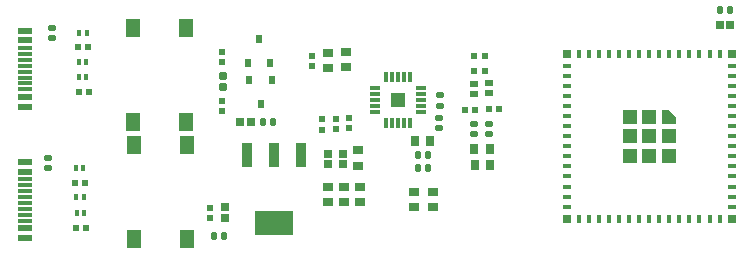
<source format=gbr>
%TF.GenerationSoftware,Altium Limited,Altium Designer,24.1.2 (44)*%
G04 Layer_Color=8421504*
%FSLAX45Y45*%
%MOMM*%
%TF.SameCoordinates,B732CBCC-E828-4C79-96F4-07D60C07BBD8*%
%TF.FilePolarity,Positive*%
%TF.FileFunction,Paste,Top*%
%TF.Part,Single*%
G01*
G75*
%TA.AperFunction,SMDPad,CuDef*%
G04:AMPARAMS|DCode=13|XSize=0.84mm|YSize=0.27mm|CornerRadius=0.03375mm|HoleSize=0mm|Usage=FLASHONLY|Rotation=0.000|XOffset=0mm|YOffset=0mm|HoleType=Round|Shape=RoundedRectangle|*
%AMROUNDEDRECTD13*
21,1,0.84000,0.20250,0,0,0.0*
21,1,0.77250,0.27000,0,0,0.0*
1,1,0.06750,0.38625,-0.10125*
1,1,0.06750,-0.38625,-0.10125*
1,1,0.06750,-0.38625,0.10125*
1,1,0.06750,0.38625,0.10125*
%
%ADD13ROUNDEDRECTD13*%
G04:AMPARAMS|DCode=14|XSize=0.84mm|YSize=0.27mm|CornerRadius=0.03375mm|HoleSize=0mm|Usage=FLASHONLY|Rotation=90.000|XOffset=0mm|YOffset=0mm|HoleType=Round|Shape=RoundedRectangle|*
%AMROUNDEDRECTD14*
21,1,0.84000,0.20250,0,0,90.0*
21,1,0.77250,0.27000,0,0,90.0*
1,1,0.06750,0.10125,0.38625*
1,1,0.06750,0.10125,-0.38625*
1,1,0.06750,-0.10125,-0.38625*
1,1,0.06750,-0.10125,0.38625*
%
%ADD14ROUNDEDRECTD14*%
%ADD15R,3.25000X2.15000*%
%ADD16R,0.95000X2.15000*%
G04:AMPARAMS|DCode=17|XSize=0.64mm|YSize=0.72mm|CornerRadius=0.08mm|HoleSize=0mm|Usage=FLASHONLY|Rotation=90.000|XOffset=0mm|YOffset=0mm|HoleType=Round|Shape=RoundedRectangle|*
%AMROUNDEDRECTD17*
21,1,0.64000,0.56000,0,0,90.0*
21,1,0.48000,0.72000,0,0,90.0*
1,1,0.16000,0.28000,0.24000*
1,1,0.16000,0.28000,-0.24000*
1,1,0.16000,-0.28000,-0.24000*
1,1,0.16000,-0.28000,0.24000*
%
%ADD17ROUNDEDRECTD17*%
%TA.AperFunction,ConnectorPad*%
%ADD18R,0.40000X0.80000*%
%TA.AperFunction,BGAPad,CuDef*%
%ADD19R,1.20000X1.20000*%
%TA.AperFunction,ConnectorPad*%
%ADD21R,0.80000X0.40000*%
%TA.AperFunction,SMDPad,CuDef*%
%ADD22R,0.80000X0.80000*%
%ADD23R,1.29540X1.54940*%
G04:AMPARAMS|DCode=24|XSize=0.54mm|YSize=0.6mm|CornerRadius=0.0675mm|HoleSize=0mm|Usage=FLASHONLY|Rotation=180.000|XOffset=0mm|YOffset=0mm|HoleType=Round|Shape=RoundedRectangle|*
%AMROUNDEDRECTD24*
21,1,0.54000,0.46500,0,0,180.0*
21,1,0.40500,0.60000,0,0,180.0*
1,1,0.13500,-0.20250,0.23250*
1,1,0.13500,0.20250,0.23250*
1,1,0.13500,0.20250,-0.23250*
1,1,0.13500,-0.20250,-0.23250*
%
%ADD24ROUNDEDRECTD24*%
%ADD25R,0.60000X0.54000*%
%ADD26R,0.90000X0.70000*%
G04:AMPARAMS|DCode=27|XSize=0.54mm|YSize=0.6mm|CornerRadius=0.0675mm|HoleSize=0mm|Usage=FLASHONLY|Rotation=270.000|XOffset=0mm|YOffset=0mm|HoleType=Round|Shape=RoundedRectangle|*
%AMROUNDEDRECTD27*
21,1,0.54000,0.46500,0,0,270.0*
21,1,0.40500,0.60000,0,0,270.0*
1,1,0.13500,-0.23250,-0.20250*
1,1,0.13500,-0.23250,0.20250*
1,1,0.13500,0.23250,0.20250*
1,1,0.13500,0.23250,-0.20250*
%
%ADD27ROUNDEDRECTD27*%
%ADD28R,0.60000X0.80000*%
%ADD29R,0.70000X0.90000*%
%ADD30R,0.54000X0.60000*%
G04:AMPARAMS|DCode=31|XSize=0.59mm|YSize=0.61mm|CornerRadius=0.04425mm|HoleSize=0mm|Usage=FLASHONLY|Rotation=90.000|XOffset=0mm|YOffset=0mm|HoleType=Round|Shape=RoundedRectangle|*
%AMROUNDEDRECTD31*
21,1,0.59000,0.52150,0,0,90.0*
21,1,0.50150,0.61000,0,0,90.0*
1,1,0.08850,0.26075,0.25075*
1,1,0.08850,0.26075,-0.25075*
1,1,0.08850,-0.26075,-0.25075*
1,1,0.08850,-0.26075,0.25075*
%
%ADD31ROUNDEDRECTD31*%
G04:AMPARAMS|DCode=32|XSize=0.64mm|YSize=0.72mm|CornerRadius=0.08mm|HoleSize=0mm|Usage=FLASHONLY|Rotation=0.000|XOffset=0mm|YOffset=0mm|HoleType=Round|Shape=RoundedRectangle|*
%AMROUNDEDRECTD32*
21,1,0.64000,0.56000,0,0,0.0*
21,1,0.48000,0.72000,0,0,0.0*
1,1,0.16000,0.24000,-0.28000*
1,1,0.16000,-0.24000,-0.28000*
1,1,0.16000,-0.24000,0.28000*
1,1,0.16000,0.24000,0.28000*
%
%ADD32ROUNDEDRECTD32*%
G04:AMPARAMS|DCode=33|XSize=0.6mm|YSize=0.67mm|CornerRadius=0.075mm|HoleSize=0mm|Usage=FLASHONLY|Rotation=270.000|XOffset=0mm|YOffset=0mm|HoleType=Round|Shape=RoundedRectangle|*
%AMROUNDEDRECTD33*
21,1,0.60000,0.52000,0,0,270.0*
21,1,0.45000,0.67000,0,0,270.0*
1,1,0.15000,-0.26000,-0.22500*
1,1,0.15000,-0.26000,0.22500*
1,1,0.15000,0.26000,0.22500*
1,1,0.15000,0.26000,-0.22500*
%
%ADD33ROUNDEDRECTD33*%
%TA.AperFunction,ConnectorPad*%
%ADD34R,1.15000X0.59000*%
%ADD35R,1.15000X0.29800*%
%TA.AperFunction,SMDPad,CuDef*%
%ADD36R,0.30480X0.55880*%
%ADD76R,1.26000X1.26000*%
G36*
X6032500Y1585000D02*
Y1705000D01*
X6092500D01*
X6152500Y1645000D01*
Y1585000D01*
X6032500D01*
D02*
G37*
D13*
X3996000Y1890000D02*
D03*
Y1840000D02*
D03*
Y1790000D02*
D03*
Y1740000D02*
D03*
Y1690000D02*
D03*
X3609000D02*
D03*
Y1740000D02*
D03*
Y1790000D02*
D03*
Y1840000D02*
D03*
Y1890000D02*
D03*
D14*
X3702500Y1983500D02*
D03*
X3752500D02*
D03*
X3802500D02*
D03*
X3852500D02*
D03*
X3902500D02*
D03*
Y1596500D02*
D03*
X3852500D02*
D03*
X3802500D02*
D03*
X3752500D02*
D03*
X3702500D02*
D03*
D15*
X2752500Y742500D02*
D03*
D16*
X2522500Y1322500D02*
D03*
X2752500D02*
D03*
X2982500D02*
D03*
D17*
X2337500Y789700D02*
D03*
Y877500D02*
D03*
X3335000Y1331400D02*
D03*
Y1243600D02*
D03*
X3207500Y1246100D02*
D03*
Y1333900D02*
D03*
D18*
X6352500Y2180000D02*
D03*
X6522500Y780000D02*
D03*
X6437500D02*
D03*
X6352500D02*
D03*
X6267500D02*
D03*
X6182500D02*
D03*
X6097500D02*
D03*
X6012500D02*
D03*
X5927500D02*
D03*
X5842500D02*
D03*
X5757500D02*
D03*
X5672500D02*
D03*
X5587500D02*
D03*
X5502500D02*
D03*
X5417500D02*
D03*
X5332500D02*
D03*
Y2180000D02*
D03*
X5417500D02*
D03*
X5502500D02*
D03*
X5587500D02*
D03*
X5672500D02*
D03*
X5757500D02*
D03*
X5842500D02*
D03*
X5927500D02*
D03*
X6012500D02*
D03*
X6097500D02*
D03*
X6182500D02*
D03*
X6267500D02*
D03*
X6437500D02*
D03*
X6522500D02*
D03*
D19*
X5927500Y1645000D02*
D03*
X5762500D02*
D03*
Y1480000D02*
D03*
Y1315000D02*
D03*
X5927500D02*
D03*
X6092500D02*
D03*
Y1480000D02*
D03*
X5927500D02*
D03*
D21*
X6627500Y2075000D02*
D03*
Y1990000D02*
D03*
Y1905000D02*
D03*
Y1820000D02*
D03*
Y1735000D02*
D03*
Y1650000D02*
D03*
Y1565000D02*
D03*
Y1480000D02*
D03*
Y1395000D02*
D03*
Y1310000D02*
D03*
Y1225000D02*
D03*
Y1140000D02*
D03*
Y1055000D02*
D03*
Y970000D02*
D03*
Y885000D02*
D03*
X5227500D02*
D03*
Y970000D02*
D03*
Y1055000D02*
D03*
Y1140000D02*
D03*
Y1225000D02*
D03*
Y1310000D02*
D03*
Y1395000D02*
D03*
Y1480000D02*
D03*
Y1565000D02*
D03*
Y1650000D02*
D03*
Y1735000D02*
D03*
Y1820000D02*
D03*
Y1905000D02*
D03*
Y1990000D02*
D03*
Y2075000D02*
D03*
D22*
Y780000D02*
D03*
X6627500D02*
D03*
X5227500Y2180000D02*
D03*
X6627500D02*
D03*
D23*
X2015000Y612500D02*
D03*
X1565000D02*
D03*
Y1407500D02*
D03*
X2015000D02*
D03*
X1557500Y2395000D02*
D03*
Y1600000D02*
D03*
X2007500Y2395000D02*
D03*
Y1600000D02*
D03*
D24*
X2328200Y635000D02*
D03*
X2241800D02*
D03*
X4057500Y1210000D02*
D03*
X3971100D02*
D03*
X4055700Y1320000D02*
D03*
X3969300D02*
D03*
X2659300Y1602500D02*
D03*
X2745700D02*
D03*
X6525000Y2550000D02*
D03*
X6611400D02*
D03*
D25*
X2205000Y784300D02*
D03*
Y870700D02*
D03*
X2310000Y1696800D02*
D03*
Y1783200D02*
D03*
X3382500Y1639112D02*
D03*
Y1552712D02*
D03*
X3072500Y2074300D02*
D03*
Y2160700D02*
D03*
X2310000Y2108600D02*
D03*
Y2195000D02*
D03*
X3157500Y1623900D02*
D03*
Y1537500D02*
D03*
X3272500Y1628200D02*
D03*
Y1541800D02*
D03*
D26*
X3357500Y2065000D02*
D03*
Y2195000D02*
D03*
X3477500Y1055000D02*
D03*
Y925000D02*
D03*
X3205000Y922500D02*
D03*
Y1052500D02*
D03*
X3342500Y1055000D02*
D03*
Y925000D02*
D03*
X3462500Y1360000D02*
D03*
Y1230000D02*
D03*
X3935000Y877500D02*
D03*
Y1007500D02*
D03*
X4095000Y1010000D02*
D03*
Y880000D02*
D03*
X3205000Y2187500D02*
D03*
Y2057500D02*
D03*
D27*
X4150000Y1635700D02*
D03*
Y1549300D02*
D03*
X4447500Y1583900D02*
D03*
Y1497500D02*
D03*
X4570000Y1588200D02*
D03*
Y1501800D02*
D03*
X4152500Y1739300D02*
D03*
Y1825700D02*
D03*
X867500Y2311800D02*
D03*
Y2398200D02*
D03*
X837500Y1295000D02*
D03*
Y1208600D02*
D03*
D28*
X2637500Y1754000D02*
D03*
X2732500Y1956000D02*
D03*
X2542500D02*
D03*
X2625000Y2304500D02*
D03*
X2530000Y2102500D02*
D03*
X2720000D02*
D03*
D29*
X4447500Y1372500D02*
D03*
X4577500D02*
D03*
X4450000Y1240000D02*
D03*
X4580000D02*
D03*
X3942500Y1437500D02*
D03*
X4072500D02*
D03*
D30*
X4570000Y1707500D02*
D03*
X4656000D02*
D03*
X4367500Y1702500D02*
D03*
X4453500D02*
D03*
X4533200Y2035000D02*
D03*
X4446800D02*
D03*
X4533200Y2157500D02*
D03*
X4446800D02*
D03*
X1175700Y2232500D02*
D03*
X1089300D02*
D03*
X1096800Y1857500D02*
D03*
X1183200D02*
D03*
X1158200Y707500D02*
D03*
X1150700Y1087500D02*
D03*
X1071800Y707500D02*
D03*
X1064300Y1087500D02*
D03*
D31*
X4447500Y1921500D02*
D03*
Y1838500D02*
D03*
X4572500Y1930000D02*
D03*
Y1847000D02*
D03*
D32*
X2466100Y1600000D02*
D03*
X2553900D02*
D03*
X6526100Y2422500D02*
D03*
X6613900D02*
D03*
D33*
X2320000Y1987400D02*
D03*
Y1900000D02*
D03*
D34*
X640000Y2372500D02*
D03*
Y1732500D02*
D03*
Y1812500D02*
D03*
Y2292500D02*
D03*
X645000Y1262000D02*
D03*
Y622000D02*
D03*
Y702000D02*
D03*
Y1182000D02*
D03*
D35*
X640000Y2227500D02*
D03*
Y1877500D02*
D03*
Y1927500D02*
D03*
Y2177500D02*
D03*
Y2127500D02*
D03*
Y1977500D02*
D03*
Y2027500D02*
D03*
Y2077500D02*
D03*
X645000Y967000D02*
D03*
Y1117000D02*
D03*
Y767000D02*
D03*
Y817000D02*
D03*
Y1067000D02*
D03*
Y1017000D02*
D03*
Y867000D02*
D03*
Y917000D02*
D03*
D36*
X1139250Y965000D02*
D03*
X1075750D02*
D03*
X1099000Y1982500D02*
D03*
X1162500D02*
D03*
X1099000Y2110000D02*
D03*
X1162500D02*
D03*
X1164250Y2352500D02*
D03*
X1141750Y835000D02*
D03*
X1134250Y1212500D02*
D03*
X1078250Y835000D02*
D03*
X1100750Y2352500D02*
D03*
X1070750Y1212500D02*
D03*
D76*
X3802500Y1790000D02*
D03*
%TF.MD5,af9127f03c289f806291fd2e962a62eb*%
M02*

</source>
